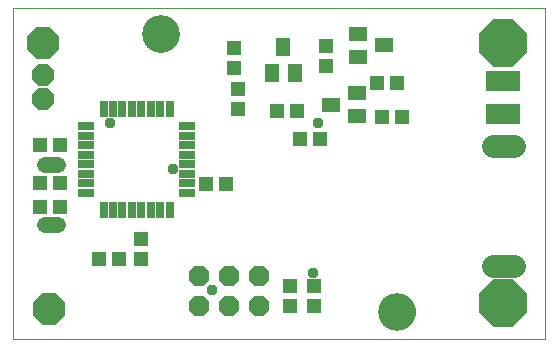
<source format=gts>
G75*
%MOIN*%
%OFA0B0*%
%FSLAX25Y25*%
%IPPOS*%
%LPD*%
%AMOC8*
5,1,8,0,0,1.08239X$1,22.5*
%
%ADD10C,0.00000*%
%ADD11C,0.12611*%
%ADD12R,0.04737X0.05131*%
%ADD13R,0.05131X0.04737*%
%ADD14R,0.04737X0.06312*%
%ADD15R,0.06312X0.04737*%
%ADD16R,0.05800X0.03000*%
%ADD17R,0.03000X0.05800*%
%ADD18OC8,0.06800*%
%ADD19C,0.05200*%
%ADD20OC8,0.15800*%
%ADD21OC8,0.10800*%
%ADD22C,0.07800*%
%ADD23R,0.11430X0.07099*%
%ADD24OC8,0.07100*%
%ADD25C,0.03778*%
D10*
X0001000Y0001000D02*
X0001000Y0111236D01*
X0178165Y0111236D01*
X0178165Y0001000D01*
X0001000Y0001000D01*
X0123047Y0010055D02*
X0123049Y0010208D01*
X0123055Y0010362D01*
X0123065Y0010515D01*
X0123079Y0010667D01*
X0123097Y0010820D01*
X0123119Y0010971D01*
X0123144Y0011122D01*
X0123174Y0011273D01*
X0123208Y0011423D01*
X0123245Y0011571D01*
X0123286Y0011719D01*
X0123331Y0011865D01*
X0123380Y0012011D01*
X0123433Y0012155D01*
X0123489Y0012297D01*
X0123549Y0012438D01*
X0123613Y0012578D01*
X0123680Y0012716D01*
X0123751Y0012852D01*
X0123826Y0012986D01*
X0123903Y0013118D01*
X0123985Y0013248D01*
X0124069Y0013376D01*
X0124157Y0013502D01*
X0124248Y0013625D01*
X0124342Y0013746D01*
X0124440Y0013864D01*
X0124540Y0013980D01*
X0124644Y0014093D01*
X0124750Y0014204D01*
X0124859Y0014312D01*
X0124971Y0014417D01*
X0125085Y0014518D01*
X0125203Y0014617D01*
X0125322Y0014713D01*
X0125444Y0014806D01*
X0125569Y0014895D01*
X0125696Y0014982D01*
X0125825Y0015064D01*
X0125956Y0015144D01*
X0126089Y0015220D01*
X0126224Y0015293D01*
X0126361Y0015362D01*
X0126500Y0015427D01*
X0126640Y0015489D01*
X0126782Y0015547D01*
X0126925Y0015602D01*
X0127070Y0015653D01*
X0127216Y0015700D01*
X0127363Y0015743D01*
X0127511Y0015782D01*
X0127660Y0015818D01*
X0127810Y0015849D01*
X0127961Y0015877D01*
X0128112Y0015901D01*
X0128265Y0015921D01*
X0128417Y0015937D01*
X0128570Y0015949D01*
X0128723Y0015957D01*
X0128876Y0015961D01*
X0129030Y0015961D01*
X0129183Y0015957D01*
X0129336Y0015949D01*
X0129489Y0015937D01*
X0129641Y0015921D01*
X0129794Y0015901D01*
X0129945Y0015877D01*
X0130096Y0015849D01*
X0130246Y0015818D01*
X0130395Y0015782D01*
X0130543Y0015743D01*
X0130690Y0015700D01*
X0130836Y0015653D01*
X0130981Y0015602D01*
X0131124Y0015547D01*
X0131266Y0015489D01*
X0131406Y0015427D01*
X0131545Y0015362D01*
X0131682Y0015293D01*
X0131817Y0015220D01*
X0131950Y0015144D01*
X0132081Y0015064D01*
X0132210Y0014982D01*
X0132337Y0014895D01*
X0132462Y0014806D01*
X0132584Y0014713D01*
X0132703Y0014617D01*
X0132821Y0014518D01*
X0132935Y0014417D01*
X0133047Y0014312D01*
X0133156Y0014204D01*
X0133262Y0014093D01*
X0133366Y0013980D01*
X0133466Y0013864D01*
X0133564Y0013746D01*
X0133658Y0013625D01*
X0133749Y0013502D01*
X0133837Y0013376D01*
X0133921Y0013248D01*
X0134003Y0013118D01*
X0134080Y0012986D01*
X0134155Y0012852D01*
X0134226Y0012716D01*
X0134293Y0012578D01*
X0134357Y0012438D01*
X0134417Y0012297D01*
X0134473Y0012155D01*
X0134526Y0012011D01*
X0134575Y0011865D01*
X0134620Y0011719D01*
X0134661Y0011571D01*
X0134698Y0011423D01*
X0134732Y0011273D01*
X0134762Y0011122D01*
X0134787Y0010971D01*
X0134809Y0010820D01*
X0134827Y0010667D01*
X0134841Y0010515D01*
X0134851Y0010362D01*
X0134857Y0010208D01*
X0134859Y0010055D01*
X0134857Y0009902D01*
X0134851Y0009748D01*
X0134841Y0009595D01*
X0134827Y0009443D01*
X0134809Y0009290D01*
X0134787Y0009139D01*
X0134762Y0008988D01*
X0134732Y0008837D01*
X0134698Y0008687D01*
X0134661Y0008539D01*
X0134620Y0008391D01*
X0134575Y0008245D01*
X0134526Y0008099D01*
X0134473Y0007955D01*
X0134417Y0007813D01*
X0134357Y0007672D01*
X0134293Y0007532D01*
X0134226Y0007394D01*
X0134155Y0007258D01*
X0134080Y0007124D01*
X0134003Y0006992D01*
X0133921Y0006862D01*
X0133837Y0006734D01*
X0133749Y0006608D01*
X0133658Y0006485D01*
X0133564Y0006364D01*
X0133466Y0006246D01*
X0133366Y0006130D01*
X0133262Y0006017D01*
X0133156Y0005906D01*
X0133047Y0005798D01*
X0132935Y0005693D01*
X0132821Y0005592D01*
X0132703Y0005493D01*
X0132584Y0005397D01*
X0132462Y0005304D01*
X0132337Y0005215D01*
X0132210Y0005128D01*
X0132081Y0005046D01*
X0131950Y0004966D01*
X0131817Y0004890D01*
X0131682Y0004817D01*
X0131545Y0004748D01*
X0131406Y0004683D01*
X0131266Y0004621D01*
X0131124Y0004563D01*
X0130981Y0004508D01*
X0130836Y0004457D01*
X0130690Y0004410D01*
X0130543Y0004367D01*
X0130395Y0004328D01*
X0130246Y0004292D01*
X0130096Y0004261D01*
X0129945Y0004233D01*
X0129794Y0004209D01*
X0129641Y0004189D01*
X0129489Y0004173D01*
X0129336Y0004161D01*
X0129183Y0004153D01*
X0129030Y0004149D01*
X0128876Y0004149D01*
X0128723Y0004153D01*
X0128570Y0004161D01*
X0128417Y0004173D01*
X0128265Y0004189D01*
X0128112Y0004209D01*
X0127961Y0004233D01*
X0127810Y0004261D01*
X0127660Y0004292D01*
X0127511Y0004328D01*
X0127363Y0004367D01*
X0127216Y0004410D01*
X0127070Y0004457D01*
X0126925Y0004508D01*
X0126782Y0004563D01*
X0126640Y0004621D01*
X0126500Y0004683D01*
X0126361Y0004748D01*
X0126224Y0004817D01*
X0126089Y0004890D01*
X0125956Y0004966D01*
X0125825Y0005046D01*
X0125696Y0005128D01*
X0125569Y0005215D01*
X0125444Y0005304D01*
X0125322Y0005397D01*
X0125203Y0005493D01*
X0125085Y0005592D01*
X0124971Y0005693D01*
X0124859Y0005798D01*
X0124750Y0005906D01*
X0124644Y0006017D01*
X0124540Y0006130D01*
X0124440Y0006246D01*
X0124342Y0006364D01*
X0124248Y0006485D01*
X0124157Y0006608D01*
X0124069Y0006734D01*
X0123985Y0006862D01*
X0123903Y0006992D01*
X0123826Y0007124D01*
X0123751Y0007258D01*
X0123680Y0007394D01*
X0123613Y0007532D01*
X0123549Y0007672D01*
X0123489Y0007813D01*
X0123433Y0007955D01*
X0123380Y0008099D01*
X0123331Y0008245D01*
X0123286Y0008391D01*
X0123245Y0008539D01*
X0123208Y0008687D01*
X0123174Y0008837D01*
X0123144Y0008988D01*
X0123119Y0009139D01*
X0123097Y0009290D01*
X0123079Y0009443D01*
X0123065Y0009595D01*
X0123055Y0009748D01*
X0123049Y0009902D01*
X0123047Y0010055D01*
X0044307Y0102575D02*
X0044309Y0102728D01*
X0044315Y0102882D01*
X0044325Y0103035D01*
X0044339Y0103187D01*
X0044357Y0103340D01*
X0044379Y0103491D01*
X0044404Y0103642D01*
X0044434Y0103793D01*
X0044468Y0103943D01*
X0044505Y0104091D01*
X0044546Y0104239D01*
X0044591Y0104385D01*
X0044640Y0104531D01*
X0044693Y0104675D01*
X0044749Y0104817D01*
X0044809Y0104958D01*
X0044873Y0105098D01*
X0044940Y0105236D01*
X0045011Y0105372D01*
X0045086Y0105506D01*
X0045163Y0105638D01*
X0045245Y0105768D01*
X0045329Y0105896D01*
X0045417Y0106022D01*
X0045508Y0106145D01*
X0045602Y0106266D01*
X0045700Y0106384D01*
X0045800Y0106500D01*
X0045904Y0106613D01*
X0046010Y0106724D01*
X0046119Y0106832D01*
X0046231Y0106937D01*
X0046345Y0107038D01*
X0046463Y0107137D01*
X0046582Y0107233D01*
X0046704Y0107326D01*
X0046829Y0107415D01*
X0046956Y0107502D01*
X0047085Y0107584D01*
X0047216Y0107664D01*
X0047349Y0107740D01*
X0047484Y0107813D01*
X0047621Y0107882D01*
X0047760Y0107947D01*
X0047900Y0108009D01*
X0048042Y0108067D01*
X0048185Y0108122D01*
X0048330Y0108173D01*
X0048476Y0108220D01*
X0048623Y0108263D01*
X0048771Y0108302D01*
X0048920Y0108338D01*
X0049070Y0108369D01*
X0049221Y0108397D01*
X0049372Y0108421D01*
X0049525Y0108441D01*
X0049677Y0108457D01*
X0049830Y0108469D01*
X0049983Y0108477D01*
X0050136Y0108481D01*
X0050290Y0108481D01*
X0050443Y0108477D01*
X0050596Y0108469D01*
X0050749Y0108457D01*
X0050901Y0108441D01*
X0051054Y0108421D01*
X0051205Y0108397D01*
X0051356Y0108369D01*
X0051506Y0108338D01*
X0051655Y0108302D01*
X0051803Y0108263D01*
X0051950Y0108220D01*
X0052096Y0108173D01*
X0052241Y0108122D01*
X0052384Y0108067D01*
X0052526Y0108009D01*
X0052666Y0107947D01*
X0052805Y0107882D01*
X0052942Y0107813D01*
X0053077Y0107740D01*
X0053210Y0107664D01*
X0053341Y0107584D01*
X0053470Y0107502D01*
X0053597Y0107415D01*
X0053722Y0107326D01*
X0053844Y0107233D01*
X0053963Y0107137D01*
X0054081Y0107038D01*
X0054195Y0106937D01*
X0054307Y0106832D01*
X0054416Y0106724D01*
X0054522Y0106613D01*
X0054626Y0106500D01*
X0054726Y0106384D01*
X0054824Y0106266D01*
X0054918Y0106145D01*
X0055009Y0106022D01*
X0055097Y0105896D01*
X0055181Y0105768D01*
X0055263Y0105638D01*
X0055340Y0105506D01*
X0055415Y0105372D01*
X0055486Y0105236D01*
X0055553Y0105098D01*
X0055617Y0104958D01*
X0055677Y0104817D01*
X0055733Y0104675D01*
X0055786Y0104531D01*
X0055835Y0104385D01*
X0055880Y0104239D01*
X0055921Y0104091D01*
X0055958Y0103943D01*
X0055992Y0103793D01*
X0056022Y0103642D01*
X0056047Y0103491D01*
X0056069Y0103340D01*
X0056087Y0103187D01*
X0056101Y0103035D01*
X0056111Y0102882D01*
X0056117Y0102728D01*
X0056119Y0102575D01*
X0056117Y0102422D01*
X0056111Y0102268D01*
X0056101Y0102115D01*
X0056087Y0101963D01*
X0056069Y0101810D01*
X0056047Y0101659D01*
X0056022Y0101508D01*
X0055992Y0101357D01*
X0055958Y0101207D01*
X0055921Y0101059D01*
X0055880Y0100911D01*
X0055835Y0100765D01*
X0055786Y0100619D01*
X0055733Y0100475D01*
X0055677Y0100333D01*
X0055617Y0100192D01*
X0055553Y0100052D01*
X0055486Y0099914D01*
X0055415Y0099778D01*
X0055340Y0099644D01*
X0055263Y0099512D01*
X0055181Y0099382D01*
X0055097Y0099254D01*
X0055009Y0099128D01*
X0054918Y0099005D01*
X0054824Y0098884D01*
X0054726Y0098766D01*
X0054626Y0098650D01*
X0054522Y0098537D01*
X0054416Y0098426D01*
X0054307Y0098318D01*
X0054195Y0098213D01*
X0054081Y0098112D01*
X0053963Y0098013D01*
X0053844Y0097917D01*
X0053722Y0097824D01*
X0053597Y0097735D01*
X0053470Y0097648D01*
X0053341Y0097566D01*
X0053210Y0097486D01*
X0053077Y0097410D01*
X0052942Y0097337D01*
X0052805Y0097268D01*
X0052666Y0097203D01*
X0052526Y0097141D01*
X0052384Y0097083D01*
X0052241Y0097028D01*
X0052096Y0096977D01*
X0051950Y0096930D01*
X0051803Y0096887D01*
X0051655Y0096848D01*
X0051506Y0096812D01*
X0051356Y0096781D01*
X0051205Y0096753D01*
X0051054Y0096729D01*
X0050901Y0096709D01*
X0050749Y0096693D01*
X0050596Y0096681D01*
X0050443Y0096673D01*
X0050290Y0096669D01*
X0050136Y0096669D01*
X0049983Y0096673D01*
X0049830Y0096681D01*
X0049677Y0096693D01*
X0049525Y0096709D01*
X0049372Y0096729D01*
X0049221Y0096753D01*
X0049070Y0096781D01*
X0048920Y0096812D01*
X0048771Y0096848D01*
X0048623Y0096887D01*
X0048476Y0096930D01*
X0048330Y0096977D01*
X0048185Y0097028D01*
X0048042Y0097083D01*
X0047900Y0097141D01*
X0047760Y0097203D01*
X0047621Y0097268D01*
X0047484Y0097337D01*
X0047349Y0097410D01*
X0047216Y0097486D01*
X0047085Y0097566D01*
X0046956Y0097648D01*
X0046829Y0097735D01*
X0046704Y0097824D01*
X0046582Y0097917D01*
X0046463Y0098013D01*
X0046345Y0098112D01*
X0046231Y0098213D01*
X0046119Y0098318D01*
X0046010Y0098426D01*
X0045904Y0098537D01*
X0045800Y0098650D01*
X0045700Y0098766D01*
X0045602Y0098884D01*
X0045508Y0099005D01*
X0045417Y0099128D01*
X0045329Y0099254D01*
X0045245Y0099382D01*
X0045163Y0099512D01*
X0045086Y0099644D01*
X0045011Y0099778D01*
X0044940Y0099914D01*
X0044873Y0100052D01*
X0044809Y0100192D01*
X0044749Y0100333D01*
X0044693Y0100475D01*
X0044640Y0100619D01*
X0044591Y0100765D01*
X0044546Y0100911D01*
X0044505Y0101059D01*
X0044468Y0101207D01*
X0044434Y0101357D01*
X0044404Y0101508D01*
X0044379Y0101659D01*
X0044357Y0101810D01*
X0044339Y0101963D01*
X0044325Y0102115D01*
X0044315Y0102268D01*
X0044309Y0102422D01*
X0044307Y0102575D01*
D11*
X0050213Y0102575D03*
X0128953Y0010055D03*
D12*
X0093126Y0011827D03*
X0093126Y0018520D03*
X0096472Y0067457D03*
X0103165Y0067457D03*
X0123835Y0074819D03*
X0130528Y0074819D03*
X0128953Y0086394D03*
X0122260Y0086394D03*
X0076000Y0084346D03*
X0076000Y0077654D03*
D13*
X0088835Y0077063D03*
X0095528Y0077063D03*
X0105213Y0091866D03*
X0105213Y0098559D03*
X0074425Y0097772D03*
X0074425Y0091079D03*
X0016669Y0065724D03*
X0009976Y0065724D03*
X0009858Y0052811D03*
X0016551Y0052811D03*
X0016591Y0044858D03*
X0009898Y0044858D03*
X0029543Y0027496D03*
X0036236Y0027496D03*
X0043520Y0027575D03*
X0043520Y0034268D03*
X0065252Y0052732D03*
X0071945Y0052732D03*
X0101394Y0018520D03*
X0101394Y0011827D03*
D14*
X0094740Y0089701D03*
X0087260Y0089701D03*
X0091000Y0098362D03*
D15*
X0115882Y0095016D03*
X0124543Y0098756D03*
X0115882Y0102496D03*
X0115724Y0082772D03*
X0107063Y0079031D03*
X0115724Y0075291D03*
D16*
X0059002Y0071748D03*
X0059002Y0068598D03*
X0059002Y0065449D03*
X0059002Y0062299D03*
X0059002Y0059150D03*
X0059002Y0056000D03*
X0059002Y0052850D03*
X0059002Y0049701D03*
X0025202Y0049701D03*
X0025202Y0052850D03*
X0025202Y0056000D03*
X0025202Y0059150D03*
X0025202Y0062299D03*
X0025202Y0065449D03*
X0025202Y0068598D03*
X0025202Y0071748D03*
D17*
X0031079Y0077624D03*
X0034228Y0077624D03*
X0037378Y0077624D03*
X0040528Y0077624D03*
X0043677Y0077624D03*
X0046827Y0077624D03*
X0049976Y0077624D03*
X0053126Y0077624D03*
X0053126Y0043824D03*
X0049976Y0043824D03*
X0046827Y0043824D03*
X0043677Y0043824D03*
X0040528Y0043824D03*
X0037378Y0043824D03*
X0034228Y0043824D03*
X0031079Y0043824D03*
D18*
X0062890Y0021748D03*
X0072890Y0021748D03*
X0082890Y0021748D03*
X0082890Y0011748D03*
X0072890Y0011748D03*
X0062890Y0011748D03*
D19*
X0015995Y0038756D02*
X0011595Y0038756D01*
X0011595Y0058756D02*
X0015995Y0058756D01*
D20*
X0164386Y0099425D03*
X0164386Y0012811D03*
D21*
X0012811Y0010843D03*
X0010843Y0099425D03*
D22*
X0160886Y0065094D02*
X0167886Y0065094D01*
X0167886Y0025094D02*
X0160886Y0025094D01*
D23*
X0164386Y0075803D03*
X0164386Y0086827D03*
D24*
X0010843Y0088795D03*
X0010843Y0080921D03*
D25*
X0033078Y0072769D03*
X0054283Y0057545D03*
X0102672Y0072769D03*
X0101041Y0022748D03*
X0067331Y0017311D03*
M02*

</source>
